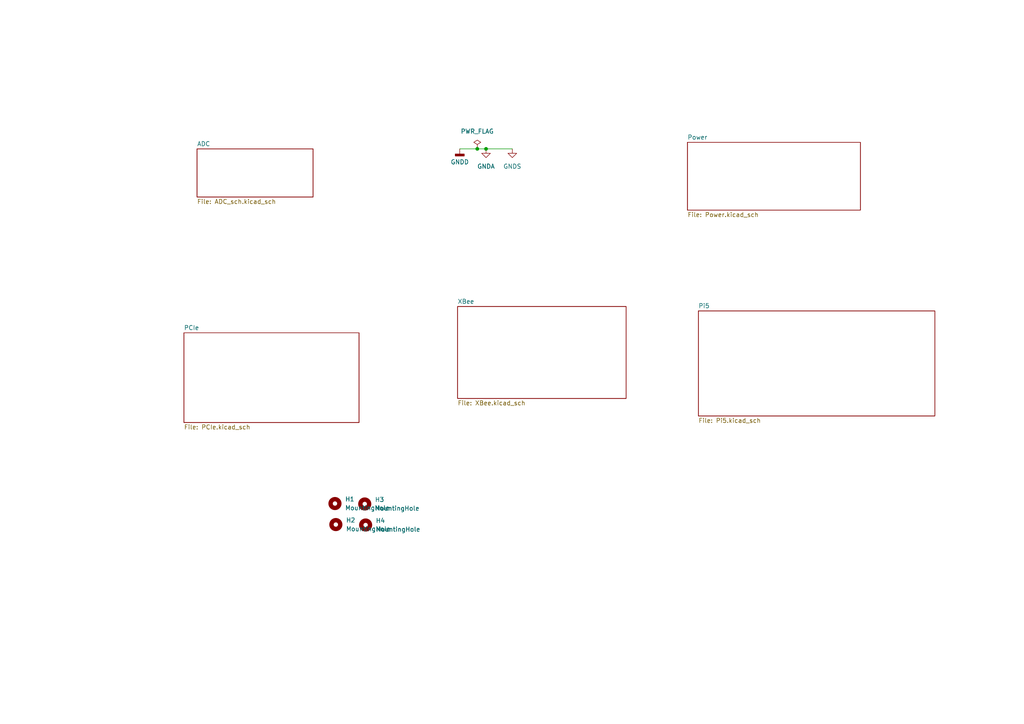
<source format=kicad_sch>
(kicad_sch (version 20230121) (generator eeschema)
  (paper "A4")
  (lib_symbols
    (symbol "Mechanical:MountingHole" (pin_names (offset 1.016))
      (property "Reference" "H" (at 0 5.08 0))
      (property "Value" "MountingHole" (at 0 3.175 0))
      (symbol "MountingHole_0_1"
        (circle (center 0 0) (radius 1.27) (stroke (width 1.27)))
      )
    )
    (symbol "power:GNDA" (power) (pin_names (offset 0))
      (property "Value" "GNDA" (at 0 -3.81 0))
      (symbol "GNDA_0_1"
        (polyline (pts (xy 0 0) (xy 0 -1.27) (xy 1.27 -1.27) (xy 0 -2.54) (xy -1.27 -1.27) (xy 0 -1.27)))
      )
      (symbol "GNDA_1_1"
        (pin power_in line (at 0 0 270) (length 0) hide (name "GNDA") (number "1"))
      )
    )
    (symbol "power:GNDD" (power) (pin_names (offset 0))
      (property "Value" "GNDD" (at 0 -3.175 0))
      (symbol "GNDD_0_1"
        (rectangle (start -1.27 -1.524) (end 1.27 -2.032) (stroke (width 0.254)) (fill (type outline)))
        (polyline (pts (xy 0 0) (xy 0 -1.524)))
      )
      (symbol "GNDD_1_1"
        (pin power_in line (at 0 0 270) (length 0) hide (name "GNDD") (number "1"))
      )
    )
    (symbol "power:GNDS" (power) (pin_names (offset 0))
      (property "Value" "GNDS" (at 0 -3.81 0))
      (symbol "GNDS_0_1"
        (polyline (pts (xy 0 0) (xy 0 -1.27) (xy 1.27 -1.27) (xy 0 -2.54) (xy -1.27 -1.27) (xy 0 -1.27)))
      )
      (symbol "GNDS_1_1"
        (pin power_in line (at 0 0 270) (length 0) hide (name "GNDS") (number "1"))
      )
    )
    (symbol "power:PWR_FLAG" (power) (pin_numbers hide) (pin_names (offset 0) hide)
      (property "Value" "PWR_FLAG" (at 0 3.81 0))
      (symbol "PWR_FLAG_0_0"
        (pin power_out line (at 0 0 90) (length 0) (name "pwr") (number "1"))
      )
      (symbol "PWR_FLAG_0_1"
        (polyline (pts (xy 0 0) (xy 0 1.27) (xy -1.016 1.905) (xy 0 2.54) (xy 1.016 1.905) (xy 0 1.27)))
      )
    )
  )
  (junction (at 140.97 43.18))
  (junction (at 138.43 43.18))
  (wire (pts (xy 133.35 43.18) (xy 138.43 43.18)))
  (wire (pts (xy 138.43 43.18) (xy 140.97 43.18)))
  (wire (pts (xy 140.97 43.18) (xy 148.59 43.18)))
  (symbol (lib_id "Mechanical:MountingHole") (at 106.045 152.273 0) (unit 1)
    (property "Reference" "H4" (at 108.966 151.003 0) (effects (justify left)))
    (property "Value" "MountingHole" (at 108.966 153.543 0) (effects (justify left)))
    (property "Footprint" "MountingHole:MountingHole_2.5mm" (effects hide))
  )
  (symbol (lib_id "power:GNDS") (at 148.59 43.18 0) (unit 1)
    (property "Reference" "#PWR073" (effects hide))
    (property "Value" "GNDS" (at 148.59 48.26 0))
  )
  (symbol (lib_id "power:PWR_FLAG") (at 138.43 43.18 0) (unit 1)
    (property "Reference" "#FLG02" (effects hide))
    (property "Value" "PWR_FLAG" (at 138.43 38.1 0))
  )
  (symbol (lib_id "Mechanical:MountingHole") (at 105.791 146.177 0) (unit 1)
    (property "Reference" "H3" (at 108.712 144.907 0) (effects (justify left)))
    (property "Value" "MountingHole" (at 108.712 147.447 0) (effects (justify left)))
    (property "Footprint" "MountingHole:MountingHole_2.5mm" (effects hide))
  )
  (symbol (lib_id "power:GNDA") (at 140.97 43.18 0) (unit 1)
    (property "Reference" "#PWR071" (effects hide))
    (property "Value" "GNDA" (at 140.97 48.26 0))
  )
  (symbol (lib_id "Mechanical:MountingHole") (at 97.155 146.05 0) (unit 1)
    (property "Reference" "H1" (at 100.076 144.78 0) (effects (justify left)))
    (property "Value" "MountingHole" (at 100.076 147.32 0) (effects (justify left)))
    (property "Footprint" "MountingHole:MountingHole_2.5mm" (effects hide))
  )
  (symbol (lib_id "power:GNDD") (at 133.35 43.18 0) (unit 1)
    (property "Reference" "#PWR062" (effects hide))
    (property "Value" "GNDD" (at 133.35 46.99 0))
  )
  (symbol (lib_id "Mechanical:MountingHole") (at 97.409 152.146 0) (unit 1)
    (property "Reference" "H2" (at 100.33 150.876 0) (effects (justify left)))
    (property "Value" "MountingHole" (at 100.33 153.416 0) (effects (justify left)))
    (property "Footprint" "MountingHole:MountingHole_2.5mm" (effects hide))
  )
  (sheet (at 202.565 90.17) (size 68.58 30.48) (stroke (width 0.1524))
    (property "Sheetname" "Pi5" (at 202.565 89.4584 0) (effects (justify left bottom)))
    (property "Sheetfile" "Pi5.kicad_sch" (at 202.565 121.2346 0) (effects (justify left top)))
  )
  (sheet (at 132.715 88.9) (size 48.895 26.67) (stroke (width 0.1524))
    (property "Sheetname" "XBee" (at 132.715 88.1884 0) (effects (justify left bottom)))
    (property "Sheetfile" "XBee.kicad_sch" (at 132.715 116.1546 0) (effects (justify left top)))
  )
  (sheet (at 53.34 96.52) (size 50.8 26.035) (stroke (width 0.1524))
    (property "Sheetname" "PCIe" (at 53.34 95.8084 0) (effects (justify left bottom)))
    (property "Sheetfile" "PCIe.kicad_sch" (at 53.34 123.1396 0) (effects (justify left top)))
  )
  (sheet (at 57.15 43.18) (size 33.655 13.97) (stroke (width 0.1524))
    (property "Sheetname" "ADC" (at 57.15 42.4684 0) (effects (justify left bottom)))
    (property "Sheetfile" "ADC_sch.kicad_sch" (at 57.15 57.7346 0) (effects (justify left top)))
  )
  (sheet (at 199.39 41.275) (size 50.165 19.685) (stroke (width 0.1524))
    (property "Sheetname" "Power" (at 199.39 40.5634 0) (effects (justify left bottom)))
    (property "Sheetfile" "Power.kicad_sch" (at 199.39 61.5446 0) (effects (justify left top)))
  )
)
</source>
